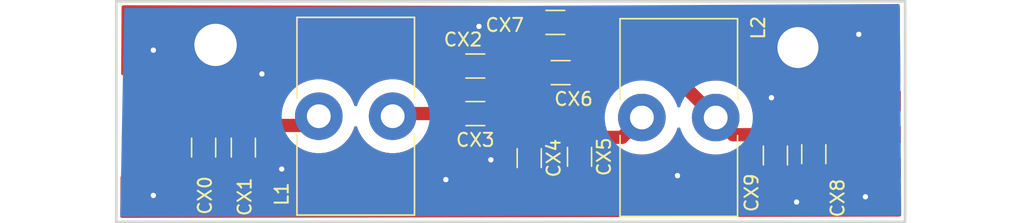
<source format=kicad_pcb>
(kicad_pcb (version 20221018) (generator pcbnew)
  (layers (0 "F.Cu" signal) (31 "B.Cu" signal) (34 "B.Paste" user) (35 "F.Paste" user) (36 "B.SilkS" user "B.Silkscreen") (37 "F.SilkS" user "F.Silkscreen") (38 "B.Mask" user) (39 "F.Mask" user) (44 "Edge.Cuts" user))
  (net 0 "")
  (net 1 "GND")
  (net 2 "Net-(CX1-Pad1)")
  (net 3 "Net-(CX2-Pad1)")
  (net 4 "Net-(CX2-Pad2)")
  (footprint "Inductor_THT:L_Toroid_Vertical_L14.7mm_W8.6mm_P5.58mm_Pulse_KM-1" (layer "F.Cu") (at 139.41 57.7 90)
    (fp_text reference "L2" (at 6.8 8.79 90) (layer "F.SilkS"))
    (fp_text value "L" hide)
    (fp_line (start -7.485 -1.65) (end -7.485 7.23) (stroke (width 0.12)) (layer "F.SilkS"))
    (fp_line (start -7.485 -1.65) (end -1.365 -1.65) (stroke (width 0.12)) (layer "F.SilkS"))
    (fp_line (start -7.485 7.23) (end -1.365 7.23) (stroke (width 0.12)) (layer "F.SilkS"))
    (fp_line (start 1.365 -1.65) (end 7.485 -1.65) (stroke (width 0.12)) (layer "F.SilkS"))
    (fp_line (start 1.365 7.23) (end 7.485 7.23) (stroke (width 0.12)) (layer "F.SilkS"))
    (fp_line (start 7.485 -1.65) (end 7.485 7.23) (stroke (width 0.12)) (layer "F.SilkS"))
    (pad "1" thru_hole circle (at 0 0 90) (size 3.6 3.6) (drill 1.8) (layers "*.Cu" "*.Mask") (net 3 "Net-(CX2-Pad1)"))
    (pad "2" thru_hole circle (at 0 5.58 90) (size 3.6 3.6) (drill 1.8) (layers "*.Cu" "*.Mask") (net 4 "Net-(CX2-Pad2)"))
  )
  (footprint "Capacitor_SMD:C_1206_3216Metric" (layer "F.Cu") (at 109.3 59.975 -90)
    (fp_text reference "CX1" (at 3.725 -0.1 90) (layer "F.SilkS"))
    (fp_text value "C" hide)
    (fp_line (start -0.711252 -0.91) (end 0.711252 -0.91) (stroke (width 0.12)) (layer "F.SilkS"))
    (fp_line (start -0.711252 0.91) (end 0.711252 0.91) (stroke (width 0.12)) (layer "F.SilkS"))
    (pad "1" smd roundrect (at -1.475 0 270) (size 1.15 1.8) (layers "F.Cu" "F.Paste" "F.Mask") (roundrect_rratio 0.2173913043) (net 2 "Net-(CX1-Pad1)"))
    (pad "2" smd roundrect (at 1.475 0 270) (size 1.15 1.8) (layers "F.Cu" "F.Paste" "F.Mask") (roundrect_rratio 0.2173913043) (net 1 "GND"))
  )
  (footprint "Capacitor_SMD:C_1206_3216Metric" (layer "F.Cu") (at 106.3 59.975 -90)
    (fp_text reference "CX0" (at 3.625 -0.1 90) (layer "F.SilkS"))
    (fp_text value "C" hide)
    (fp_line (start -0.711252 -0.91) (end 0.711252 -0.91) (stroke (width 0.12)) (layer "F.SilkS"))
    (fp_line (start -0.711252 0.91) (end 0.711252 0.91) (stroke (width 0.12)) (layer "F.SilkS"))
    (pad "1" smd roundrect (at -1.475 0 270) (size 1.15 1.8) (layers "F.Cu" "F.Paste" "F.Mask") (roundrect_rratio 0.2173913043) (net 2 "Net-(CX1-Pad1)"))
    (pad "2" smd roundrect (at 1.475 0 270) (size 1.15 1.8) (layers "F.Cu" "F.Paste" "F.Mask") (roundrect_rratio 0.2173913043) (net 1 "GND"))
  )
  (footprint "Capacitor_SMD:C_1206_3216Metric" (layer "F.Cu") (at 152.4 60.475 -90)
    (fp_text reference "CX8" (at 3.325 -1.8 90) (layer "F.SilkS"))
    (fp_text value "C" hide)
    (fp_line (start -0.711252 -0.91) (end 0.711252 -0.91) (stroke (width 0.12)) (layer "F.SilkS"))
    (fp_line (start -0.711252 0.91) (end 0.711252 0.91) (stroke (width 0.12)) (layer "F.SilkS"))
    (pad "1" smd roundrect (at -1.475 0 270) (size 1.15 1.8) (layers "F.Cu" "F.Paste" "F.Mask") (roundrect_rratio 0.2173913043) (net 4 "Net-(CX2-Pad2)"))
    (pad "2" smd roundrect (at 1.475 0 270) (size 1.15 1.8) (layers "F.Cu" "F.Paste" "F.Mask") (roundrect_rratio 0.2173913043) (net 1 "GND"))
  )
  (footprint "Capacitor_SMD:C_1206_3216Metric" (layer "F.Cu") (at 149.5 60.575 90)
    (fp_text reference "CX9" (at -2.825 -1.8 90) (layer "F.SilkS"))
    (fp_text value "C" hide)
    (fp_line (start -0.711252 -0.91) (end 0.711252 -0.91) (stroke (width 0.12)) (layer "F.SilkS"))
    (fp_line (start -0.711252 0.91) (end 0.711252 0.91) (stroke (width 0.12)) (layer "F.SilkS"))
    (pad "1" smd roundrect (at -1.475 0 90) (size 1.15 1.8) (layers "F.Cu" "F.Paste" "F.Mask") (roundrect_rratio 0.2173913043) (net 1 "GND"))
    (pad "2" smd roundrect (at 1.475 0 90) (size 1.15 1.8) (layers "F.Cu" "F.Paste" "F.Mask") (roundrect_rratio 0.2173913043) (net 4 "Net-(CX2-Pad2)"))
  )
  (footprint "Inductor_THT:L_Toroid_Vertical_L14.7mm_W8.6mm_P5.58mm_Pulse_KM-1" (layer "F.Cu") (at 115 57.6 90)
    (fp_text reference "L1" (at -5.9 -2.8 90) (layer "F.SilkS"))
    (fp_text value "L")
    (fp_line (start -7.485 -1.65) (end -7.485 7.23) (stroke (width 0.12)) (layer "F.SilkS"))
    (fp_line (start -7.485 -1.65) (end -1.365 -1.65) (stroke (width 0.12)) (layer "F.SilkS"))
    (fp_line (start -7.485 7.23) (end -1.365 7.23) (stroke (width 0.12)) (layer "F.SilkS"))
    (fp_line (start 1.365 -1.65) (end 7.485 -1.65) (stroke (width 0.12)) (layer "F.SilkS"))
    (fp_line (start 1.365 7.23) (end 7.485 7.23) (stroke (width 0.12)) (layer "F.SilkS"))
    (fp_line (start 7.485 -1.65) (end 7.485 7.23) (stroke (width 0.12)) (layer "F.SilkS"))
    (pad "1" thru_hole circle (at 0 0 90) (size 3.6 3.6) (drill 1.8) (layers "*.Cu" "*.Mask") (net 2 "Net-(CX1-Pad1)"))
    (pad "2" thru_hole circle (at 0 5.58 90) (size 3.6 3.6) (drill 1.8) (layers "*.Cu" "*.Mask") (net 4 "Net-(CX2-Pad2)"))
  )
  (footprint "Capacitor_SMD:C_1206_3216Metric" (layer "F.Cu") (at 130.9 60.775 -90)
    (fp_text reference "CX4" (at 0 -1.85 90) (layer "F.SilkS"))
    (fp_text value "C" hide)
    (fp_line (start -0.711252 -0.91) (end 0.711252 -0.91) (stroke (width 0.12)) (layer "F.SilkS"))
    (fp_line (start -0.711252 0.91) (end 0.711252 0.91) (stroke (width 0.12)) (layer "F.SilkS"))
    (pad "1" smd roundrect (at -1.475 0 270) (size 1.15 1.8) (layers "F.Cu" "F.Paste" "F.Mask") (roundrect_rratio 0.2173913043) (net 3 "Net-(CX2-Pad1)"))
    (pad "2" smd roundrect (at 1.475 0 270) (size 1.15 1.8) (layers "F.Cu" "F.Paste" "F.Mask") (roundrect_rratio 0.2173913043) (net 1 "GND"))
  )
  (footprint "Capacitor_SMD:C_1206_3216Metric" (layer "F.Cu") (at 134.7 60.675 -90)
    (fp_text reference "CX5" (at 0 -1.85 90) (layer "F.SilkS"))
    (fp_text value "C" hide)
    (fp_line (start -0.711252 -0.91) (end 0.711252 -0.91) (stroke (width 0.12)) (layer "F.SilkS"))
    (fp_line (start -0.711252 0.91) (end 0.711252 0.91) (stroke (width 0.12)) (layer "F.SilkS"))
    (pad "1" smd roundrect (at -1.475 0 270) (size 1.15 1.8) (layers "F.Cu" "F.Paste" "F.Mask") (roundrect_rratio 0.2173913043) (net 3 "Net-(CX2-Pad1)"))
    (pad "2" smd roundrect (at 1.475 0 270) (size 1.15 1.8) (layers "F.Cu" "F.Paste" "F.Mask") (roundrect_rratio 0.2173913043) (net 1 "GND"))
  )
  (footprint "Capacitor_SMD:C_1206_3216Metric" (layer "F.Cu") (at 133.275 54.3 180)
    (fp_text reference "CX6" (at -0.975 -2) (layer "F.SilkS"))
    (fp_text value "C" hide)
    (fp_line (start -0.711252 -0.91) (end 0.711252 -0.91) (stroke (width 0.12)) (layer "F.SilkS"))
    (fp_line (start -0.711252 0.91) (end 0.711252 0.91) (stroke (width 0.12)) (layer "F.SilkS"))
    (pad "1" smd roundrect (at -1.475 0 180) (size 1.15 1.8) (layers "F.Cu" "F.Paste" "F.Mask") (roundrect_rratio 0.2173913043) (net 4 "Net-(CX2-Pad2)"))
    (pad "2" smd roundrect (at 1.475 0 180) (size 1.15 1.8) (layers "F.Cu" "F.Paste" "F.Mask") (roundrect_rratio 0.2173913043) (net 3 "Net-(CX2-Pad1)"))
  )
  (footprint "LocalGlobal:SMA_EDGELAUNCH_Modded" (layer "F.Cu") (at 100.22255 58.3)
    (fp_text reference "SMA1" hide)
    (fp_text value "SMA")
    (pad "1" smd rect (at 2.032 0 90) (size 1.27 4.064) (layers "F.Cu" "F.Mask") (net 2 "Net-(CX1-Pad1)"))
    (pad "2" smd rect (at 2.032 -2.54 90) (size 1.524 4.064) (layers "F.Cu" "F.Mask") (net 1 "GND"))
    (pad "2" smd rect (at 2.032 2.54 90) (size 1.524 4.064) (layers "F.Cu" "F.Mask") (net 1 "GND"))
  )
  (footprint "Capacitor_SMD:C_1206_3216Metric" (layer "F.Cu") (at 132.875 50.5 180)
    (fp_text reference "CX7" (at 3.825 -0.2) (layer "F.SilkS"))
    (fp_text value "C" hide)
    (fp_line (start -0.711252 -0.91) (end 0.711252 -0.91) (stroke (width 0.12)) (layer "F.SilkS"))
    (fp_line (start -0.711252 0.91) (end 0.711252 0.91) (stroke (width 0.12)) (layer "F.SilkS"))
    (pad "1" smd roundrect (at -1.475 0 180) (size 1.15 1.8) (layers "F.Cu" "F.Paste" "F.Mask") (roundrect_rratio 0.2173913043) (net 4 "Net-(CX2-Pad2)"))
    (pad "2" smd roundrect (at 1.475 0 180) (size 1.15 1.8) (layers "F.Cu" "F.Paste" "F.Mask") (roundrect_rratio 0.2173913043) (net 3 "Net-(CX2-Pad1)"))
  )
  (footprint "Capacitor_SMD:C_1206_3216Metric" (layer "F.Cu") (at 126.825 57.4)
    (fp_text reference "CX3" (at 0 2) (layer "F.SilkS"))
    (fp_text value "C" hide)
    (fp_line (start -0.711252 -0.91) (end 0.711252 -0.91) (stroke (width 0.12)) (layer "F.SilkS"))
    (fp_line (start -0.711252 0.91) (end 0.711252 0.91) (stroke (width 0.12)) (layer "F.SilkS"))
    (pad "1" smd roundrect (at -1.475 0) (size 1.15 1.8) (layers "F.Cu" "F.Paste" "F.Mask") (roundrect_rratio 0.2173913043) (net 4 "Net-(CX2-Pad2)"))
    (pad "2" smd roundrect (at 1.475 0) (size 1.15 1.8) (layers "F.Cu" "F.Paste" "F.Mask") (roundrect_rratio 0.2173913043) (net 3 "Net-(CX2-Pad1)"))
  )
  (footprint "Capacitor_SMD:C_1206_3216Metric" (layer "F.Cu") (at 126.825 53.8 180)
    (fp_text reference "CX2" (at 0.925 2) (layer "F.SilkS"))
    (fp_text value "C" hide)
    (fp_line (start -0.711252 -0.91) (end 0.711252 -0.91) (stroke (width 0.12)) (layer "F.SilkS"))
    (fp_line (start -0.711252 0.91) (end 0.711252 0.91) (stroke (width 0.12)) (layer "F.SilkS"))
    (pad "1" smd roundrect (at -1.475 0 180) (size 1.15 1.8) (layers "F.Cu" "F.Paste" "F.Mask") (roundrect_rratio 0.2173913043) (net 3 "Net-(CX2-Pad1)"))
    (pad "2" smd roundrect (at 1.475 0 180) (size 1.15 1.8) (layers "F.Cu" "F.Paste" "F.Mask") (roundrect_rratio 0.2173913043) (net 4 "Net-(CX2-Pad2)"))
  )
  (footprint "LocalGlobal:SMA_EDGELAUNCH_Modded" (layer "F.Cu") (at 158.97745 59 180)
    (fp_text reference "SMA1" hide)
    (fp_text value "SMA")
    (pad "1" smd rect (at 2.032 0 270) (size 1.27 4.064) (layers "F.Cu" "F.Mask") (net 4 "Net-(CX2-Pad2)"))
    (pad "2" smd rect (at 2.032 -2.54 270) (size 1.524 4.064) (layers "F.Cu" "F.Mask") (net 1 "GND"))
    (pad "2" smd rect (at 2.032 2.54 270) (size 1.524 4.064) (layers "F.Cu" "F.Mask") (net 1 "GND"))
  )
  (gr_rect (start 99.7 48.9) (end 159.3 65.6) (stroke (width 0.2)) (fill none) (layer "Edge.Cuts"))
  (via (at 156.3 63.7) (size 0.8) (drill 0.4) (layers "F.Cu" "B.Cu") (net 1))
  (via (at 102.5 52.6) (size 0.8) (drill 0.4) (layers "F.Cu" "B.Cu") (net 1))
  (via (at 149.2 56.2) (size 0.8) (drill 0.4) (layers "F.Cu" "B.Cu") (net 1))
  (via (at 155.8 51.4) (size 0.8) (drill 0.4) (layers "F.Cu" "B.Cu") (net 1))
  (via (at 102.5 63.6) (size 0.8) (drill 0.4) (layers "F.Cu" "B.Cu") (net 1))
  (via (at 112.2 61.6) (size 0.8) (drill 0.4) (layers "F.Cu" "B.Cu") (net 1))
  (via (at 110.7 54.4) (size 0.8) (drill 0.4) (layers "F.Cu" "B.Cu") (net 1))
  (via (at 128 60.9) (size 0.8) (drill 0.4) (layers "F.Cu" "B.Cu") (net 1))
  (via (at 151.1 64.1) (size 0.8) (drill 0.4) (layers "F.Cu" "B.Cu") (net 1))
  (via (at 124.6 62.4) (size 0.8) (drill 0.4) (layers "F.Cu" "B.Cu") (net 1))
  (via (at 107.2 52.2) (size 3.5) (drill 3.2) (layers "F.Cu" "B.Cu") (net 1))
  (via (at 127.1 50.8) (size 0.8) (drill 0.4) (layers "F.Cu" "B.Cu") (net 1))
  (via (at 142.1 62.1) (size 0.8) (drill 0.4) (layers "F.Cu" "B.Cu") (net 1))
  (via (at 151.2 52.4) (size 3.5) (drill 3.1) (layers "F.Cu" "B.Cu") (net 1))
  (segment (start 114.1 58.5) (end 115 57.6) (width 1) (layer "F.Cu") (net 2))
  (segment (start 102.25455 58.3) (end 114.3 58.3) (width 1) (layer "F.Cu") (net 2))
  (segment (start 114.3 58.3) (end 115 57.6) (width 1) (layer "F.Cu") (net 2))
  (segment (start 131.8 50.9) (end 131.4 50.5) (width 1) (layer "F.Cu") (net 3))
  (segment (start 128.3 57.4) (end 129 57.4) (width 1) (layer "F.Cu") (net 3))
  (segment (start 134.7 59.2) (end 137.91 59.2) (width 1) (layer "F.Cu") (net 3))
  (segment (start 130.9 59.3) (end 134.6 59.3) (width 1) (layer "F.Cu") (net 3))
  (segment (start 128.3 53.8) (end 131.3 53.8) (width 1) (layer "F.Cu") (net 3))
  (segment (start 128.3 53.8) (end 128.3 57.4) (width 1) (layer "F.Cu") (net 3))
  (segment (start 134.6 59.3) (end 134.7 59.2) (width 1) (layer "F.Cu") (net 3))
  (segment (start 137.91 59.2) (end 139.41 57.7) (width 1) (layer "F.Cu") (net 3))
  (segment (start 131.3 53.8) (end 131.8 54.3) (width 1) (layer "F.Cu") (net 3))
  (segment (start 129 57.4) (end 130.9 59.3) (width 1) (layer "F.Cu") (net 3))
  (segment (start 131.8 54.3) (end 131.8 50.9) (width 1) (layer "F.Cu") (net 3))
  (segment (start 137.79 50.5) (end 134.35 50.5) (width 1) (layer "F.Cu") (net 4))
  (segment (start 146.29 59) (end 144.99 57.7) (width 1) (layer "F.Cu") (net 4))
  (segment (start 125.35 57.4) (end 120.78 57.4) (width 1) (layer "F.Cu") (net 4))
  (segment (start 125.35 57.4) (end 125.4 57.35) (width 1) (layer "F.Cu") (net 4))
  (segment (start 134.8 54.25) (end 134.75 54.3) (width 1) (layer "F.Cu") (net 4))
  (segment (start 134.8 50.95) (end 134.8 54.25) (width 1) (layer "F.Cu") (net 4))
  (segment (start 134.35 50.5) (end 134.8 50.95) (width 1) (layer "F.Cu") (net 4))
  (segment (start 125.4 53.85) (end 125.35 53.8) (width 1) (layer "F.Cu") (net 4))
  (segment (start 144.99 57.7) (end 137.79 50.5) (width 1) (layer "F.Cu") (net 4))
  (segment (start 120.78 57.4) (end 120.58 57.6) (width 1) (layer "F.Cu") (net 4))
  (segment (start 125.4 57.35) (end 125.4 53.85) (width 1) (layer "F.Cu") (net 4))
  (segment (start 156.94545 59) (end 146.29 59) (width 1) (layer "F.Cu") (net 4))
  (zone (net 1) (net_name "GND") (layer "F.Cu") (connect_pads (clearance 0)) (min_thickness 0.25) (fill yes (thermal_gap 0.5) (thermal_bridge_width 0.5))
    (polygon (pts (xy 100.1 49.2) (xy 158.9 49.3) (xy 159 65.2) (xy 100 65.3)))
  )
  (zone (net 1) (net_name "GND") (layer "B.Cu") (priority 1) (connect_pads (clearance 0)) (min_thickness 0.25) (fill yes (thermal_gap 0.5) (thermal_bridge_width 0.5))
    (polygon (pts (xy 100.3 49.4) (xy 158.9 49.1) (xy 159 65.1) (xy 100 65.2)))
  )
)
</source>
